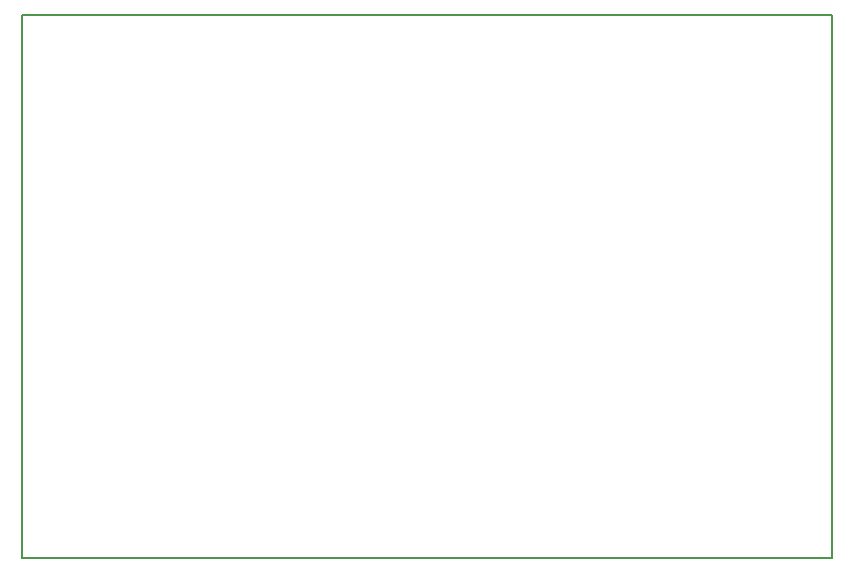
<source format=gm1>
%TF.GenerationSoftware,KiCad,Pcbnew,7.0.11-7.0.11~ubuntu22.04.1*%
%TF.CreationDate,2024-07-12T12:17:06+05:30*%
%TF.ProjectId,goodtorch,676f6f64-746f-4726-9368-2e6b69636164,rev?*%
%TF.SameCoordinates,Original*%
%TF.FileFunction,Profile,NP*%
%FSLAX46Y46*%
G04 Gerber Fmt 4.6, Leading zero omitted, Abs format (unit mm)*
G04 Created by KiCad (PCBNEW 7.0.11-7.0.11~ubuntu22.04.1) date 2024-07-12 12:17:06*
%MOMM*%
%LPD*%
G01*
G04 APERTURE LIST*
%TA.AperFunction,Profile*%
%ADD10C,0.200000*%
%TD*%
G04 APERTURE END LIST*
D10*
X85000000Y-43000000D02*
X153600000Y-43000000D01*
X153600000Y-89000000D01*
X85000000Y-89000000D01*
X85000000Y-43000000D01*
M02*

</source>
